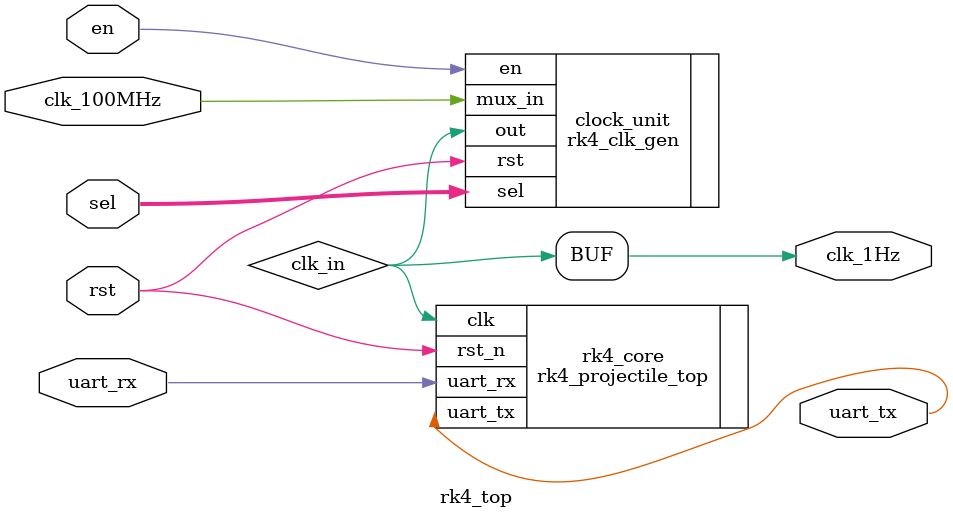
<source format=sv>
`timescale 1ns / 1ps

module rk4_top (
    input  wire       clk_100MHz,
    input  wire       en,
    input  wire       rst,
    input  wire [1:0] sel,
    input  wire       uart_rx,
    output wire       uart_tx,
    output wire       clk_1Hz
);

    wire clk_in;

    rk4_clk_gen clock_unit (
        .en     (en),
        .rst    (rst),
        .sel    (sel),
        .mux_in (clk_100MHz),
        .out    (clk_in)
    );

    rk4_projectile_top rk4_core (
        .clk     (clk_in),
        .rst_n   (rst),
        .uart_rx (uart_rx),
        .uart_tx (uart_tx)
    );

    assign clk_1Hz = clk_in;

endmodule

</source>
